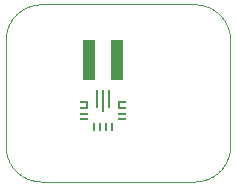
<source format=gtp>
G04 EAGLE Gerber RS-274X export*
G75*
%MOMM*%
%FSLAX35Y35*%
%LPD*%
%INsolder_paste_top*%
%IPPOS*%
%AMOC8*
5,1,8,0,0,1.08239X$1,22.5*%
G01*
%ADD10C,0.010000*%
%ADD11R,0.250000X0.800000*%
%ADD12R,0.800000X0.250000*%
%ADD13R,0.250000X1.900000*%
%ADD14R,0.250000X1.550000*%
%ADD15R,0.250000X0.600000*%
%ADD16R,1.000000X3.400000*%


D10*
X3100000Y4100000D02*
X3100000Y3200000D01*
X3099912Y3192751D01*
X3099650Y3185506D01*
X3099212Y3178270D01*
X3098599Y3171046D01*
X3097813Y3163839D01*
X3096852Y3156653D01*
X3095718Y3149493D01*
X3094411Y3142362D01*
X3092932Y3135265D01*
X3091283Y3128205D01*
X3089463Y3121188D01*
X3087474Y3114216D01*
X3085317Y3107295D01*
X3082994Y3100428D01*
X3080505Y3093619D01*
X3077852Y3086872D01*
X3075038Y3080191D01*
X3072062Y3073580D01*
X3068928Y3067043D01*
X3065637Y3060583D01*
X3062190Y3054205D01*
X3058591Y3047912D01*
X3054840Y3041708D01*
X3050941Y3035596D01*
X3046895Y3029581D01*
X3042705Y3023664D01*
X3038373Y3017851D01*
X3033902Y3012144D01*
X3029295Y3006547D01*
X3024553Y3001063D01*
X3019681Y2995695D01*
X3014680Y2990447D01*
X3009553Y2985320D01*
X3004305Y2980319D01*
X2998937Y2975447D01*
X2993453Y2970705D01*
X2987856Y2966098D01*
X2982149Y2961627D01*
X2976336Y2957295D01*
X2970419Y2953105D01*
X2964404Y2949059D01*
X2958292Y2945160D01*
X2952088Y2941409D01*
X2945795Y2937810D01*
X2939417Y2934363D01*
X2932957Y2931072D01*
X2926420Y2927938D01*
X2919809Y2924962D01*
X2913128Y2922148D01*
X2906381Y2919495D01*
X2899572Y2917006D01*
X2892705Y2914683D01*
X2885784Y2912526D01*
X2878812Y2910537D01*
X2871795Y2908717D01*
X2864735Y2907068D01*
X2857638Y2905589D01*
X2850507Y2904282D01*
X2843347Y2903148D01*
X2836161Y2902187D01*
X2828954Y2901401D01*
X2821730Y2900788D01*
X2814494Y2900350D01*
X2807249Y2900088D01*
X2800000Y2900000D01*
X1500000Y2900000D01*
X1492751Y2900088D01*
X1485506Y2900350D01*
X1478270Y2900788D01*
X1471046Y2901401D01*
X1463839Y2902187D01*
X1456653Y2903148D01*
X1449493Y2904282D01*
X1442362Y2905589D01*
X1435265Y2907068D01*
X1428205Y2908717D01*
X1421188Y2910537D01*
X1414216Y2912526D01*
X1407295Y2914683D01*
X1400428Y2917006D01*
X1393619Y2919495D01*
X1386872Y2922148D01*
X1380191Y2924962D01*
X1373580Y2927938D01*
X1367043Y2931072D01*
X1360583Y2934363D01*
X1354205Y2937810D01*
X1347912Y2941409D01*
X1341708Y2945160D01*
X1335596Y2949059D01*
X1329581Y2953105D01*
X1323664Y2957295D01*
X1317851Y2961627D01*
X1312144Y2966098D01*
X1306547Y2970705D01*
X1301063Y2975447D01*
X1295695Y2980319D01*
X1290447Y2985320D01*
X1285320Y2990447D01*
X1280319Y2995695D01*
X1275447Y3001063D01*
X1270705Y3006547D01*
X1266098Y3012144D01*
X1261627Y3017851D01*
X1257295Y3023664D01*
X1253105Y3029581D01*
X1249059Y3035596D01*
X1245160Y3041708D01*
X1241409Y3047912D01*
X1237810Y3054205D01*
X1234363Y3060583D01*
X1231072Y3067043D01*
X1227938Y3073580D01*
X1224962Y3080191D01*
X1222148Y3086872D01*
X1219495Y3093619D01*
X1217006Y3100428D01*
X1214683Y3107295D01*
X1212526Y3114216D01*
X1210537Y3121188D01*
X1208717Y3128205D01*
X1207068Y3135265D01*
X1205589Y3142362D01*
X1204282Y3149493D01*
X1203148Y3156653D01*
X1202187Y3163839D01*
X1201401Y3171046D01*
X1200788Y3178270D01*
X1200350Y3185506D01*
X1200088Y3192751D01*
X1200000Y3200000D01*
X1200000Y4100000D01*
X1200088Y4107249D01*
X1200350Y4114494D01*
X1200788Y4121730D01*
X1201401Y4128954D01*
X1202187Y4136161D01*
X1203148Y4143347D01*
X1204282Y4150507D01*
X1205589Y4157638D01*
X1207068Y4164735D01*
X1208717Y4171795D01*
X1210537Y4178812D01*
X1212526Y4185784D01*
X1214683Y4192705D01*
X1217006Y4199572D01*
X1219495Y4206381D01*
X1222148Y4213128D01*
X1224962Y4219809D01*
X1227938Y4226420D01*
X1231072Y4232957D01*
X1234363Y4239417D01*
X1237810Y4245795D01*
X1241409Y4252088D01*
X1245160Y4258292D01*
X1249059Y4264404D01*
X1253105Y4270419D01*
X1257295Y4276336D01*
X1261627Y4282149D01*
X1266098Y4287856D01*
X1270705Y4293453D01*
X1275447Y4298937D01*
X1280319Y4304305D01*
X1285320Y4309553D01*
X1290447Y4314680D01*
X1295695Y4319681D01*
X1301063Y4324553D01*
X1306547Y4329295D01*
X1312144Y4333902D01*
X1317851Y4338373D01*
X1323664Y4342705D01*
X1329581Y4346895D01*
X1335596Y4350941D01*
X1341708Y4354840D01*
X1347912Y4358591D01*
X1354205Y4362190D01*
X1360583Y4365637D01*
X1367043Y4368928D01*
X1373580Y4372062D01*
X1380191Y4375038D01*
X1386872Y4377852D01*
X1393619Y4380505D01*
X1400428Y4382994D01*
X1407295Y4385317D01*
X1414216Y4387474D01*
X1421188Y4389463D01*
X1428205Y4391283D01*
X1435265Y4392932D01*
X1442362Y4394411D01*
X1449493Y4395718D01*
X1456653Y4396852D01*
X1463839Y4397813D01*
X1471046Y4398599D01*
X1478270Y4399212D01*
X1485506Y4399650D01*
X1492751Y4399912D01*
X1500000Y4400000D01*
X2800000Y4400000D01*
X2807249Y4399912D01*
X2814494Y4399650D01*
X2821730Y4399212D01*
X2828954Y4398599D01*
X2836161Y4397813D01*
X2843347Y4396852D01*
X2850507Y4395718D01*
X2857638Y4394411D01*
X2864735Y4392932D01*
X2871795Y4391283D01*
X2878812Y4389463D01*
X2885784Y4387474D01*
X2892705Y4385317D01*
X2899572Y4382994D01*
X2906381Y4380505D01*
X2913128Y4377852D01*
X2919809Y4375038D01*
X2926420Y4372062D01*
X2932957Y4368928D01*
X2939417Y4365637D01*
X2945795Y4362190D01*
X2952088Y4358591D01*
X2958292Y4354840D01*
X2964404Y4350941D01*
X2970419Y4346895D01*
X2976336Y4342705D01*
X2982149Y4338373D01*
X2987856Y4333902D01*
X2993453Y4329295D01*
X2998937Y4324553D01*
X3004305Y4319681D01*
X3009553Y4314680D01*
X3014680Y4309553D01*
X3019681Y4304305D01*
X3024553Y4298937D01*
X3029295Y4293453D01*
X3033902Y4287856D01*
X3038373Y4282149D01*
X3042705Y4276336D01*
X3046895Y4270419D01*
X3050941Y4264404D01*
X3054840Y4258292D01*
X3058591Y4252088D01*
X3062190Y4245795D01*
X3065637Y4239417D01*
X3068928Y4232957D01*
X3072062Y4226420D01*
X3075038Y4219809D01*
X3077852Y4213128D01*
X3080505Y4206381D01*
X3082994Y4199572D01*
X3085317Y4192705D01*
X3087474Y4185784D01*
X3089463Y4178812D01*
X3091283Y4171795D01*
X3092932Y4164735D01*
X3094411Y4157638D01*
X3095718Y4150507D01*
X3096852Y4143347D01*
X3097813Y4136161D01*
X3098599Y4128954D01*
X3099212Y4121730D01*
X3099650Y4114494D01*
X3099912Y4107249D01*
X3100000Y4100000D01*
D11*
X2050000Y3365000D03*
X2100000Y3365000D03*
X1950000Y3365000D03*
X2000000Y3365000D03*
D12*
X1865000Y3425000D03*
X1865000Y3475000D03*
X1865000Y3525000D03*
X1865000Y3575000D03*
X2185000Y3425000D03*
X2185000Y3475000D03*
X2185000Y3525000D03*
X2185000Y3575000D03*
D13*
X2025000Y3581500D03*
D14*
X1975000Y3599000D03*
D15*
X1892500Y3550000D03*
D14*
X2075000Y3599000D03*
D15*
X2157500Y3550500D03*
D16*
X1906500Y3925000D03*
X2143500Y3925000D03*
M02*

</source>
